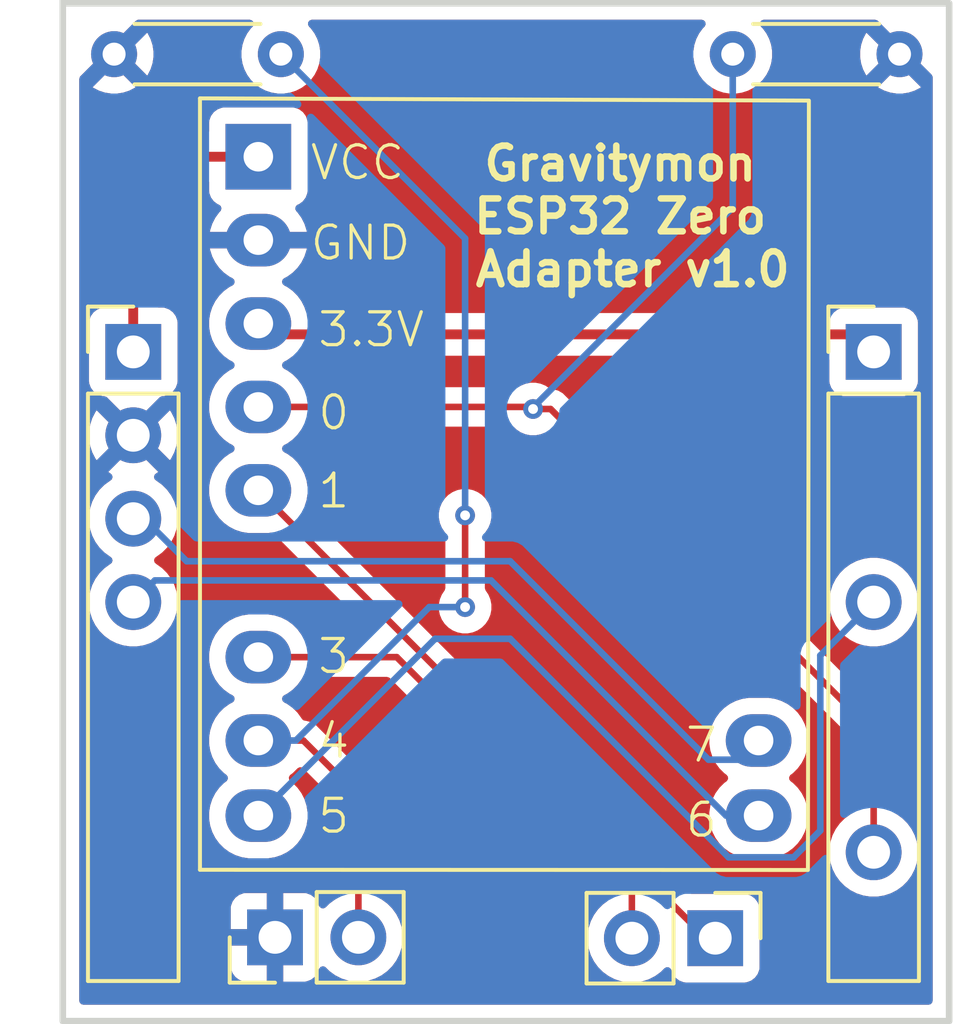
<source format=kicad_pcb>
(kicad_pcb (version 20241229) (generator "pcbnew") (generator_version "9.0")
  (layers (0 "F.Cu" signal) (2 "B.Cu" signal) (13 "F.Paste" user) (15 "B.Paste" user) (5 "F.SilkS" user "F.Silkscreen") (7 "B.SilkS" user "B.Silkscreen") (1 "F.Mask" user) (3 "B.Mask" user) (25 "Edge.Cuts" user))
  (net 0 "")
  (net 1 "/SCL")
  (net 2 "/SDA")
  (net 3 "/BATT")
  (net 4 "/VCC")
  (net 5 "/GND")
  (net 6 "/3V")
  (net 7 "/CHARGING")
  (net 8 "/DS")
  (net 9 "/CFG2")
  (net 10 "/CFG1")
  (footprint "Connector_PinHeader_2.54mm:PinHeader_1x02_P2.54mm_Vertical" (layer "F.Cu") (at 134.0104 97.1042 90)
    (property "Reference" "J4" (hide yes))
    (property "Value" "Charging")
    (fp_line (start -1.38 -1.38) (end 0 -1.38) (stroke (width 0.12)) (layer "F.SilkS"))
    (fp_line (start -1.38 0) (end -1.38 -1.38) (stroke (width 0.12)) (layer "F.SilkS"))
    (fp_line (start 1.38 1.27) (end 1.38 3.92) (stroke (width 0.12)) (layer "F.SilkS"))
    (fp_line (start -1.38 1.27) (end 1.38 1.27) (stroke (width 0.12)) (layer "F.SilkS"))
    (fp_line (start -1.38 1.27) (end -1.38 3.92) (stroke (width 0.12)) (layer "F.SilkS"))
    (fp_line (start -1.38 3.92) (end 1.38 3.92) (stroke (width 0.12)) (layer "F.SilkS"))
    (pad "1" thru_hole rect (at 0 0 90) (size 1.7 1.7) (drill 1) (layers "*.Cu" "*.Mask") (net 5 "/GND"))
    (pad "2" thru_hole circle (at 0 2.54 90) (size 1.7 1.7) (drill 1) (layers "*.Cu" "*.Mask") (net 7 "/CHARGING"))
  )
  (footprint "Connector_PinHeader_2.54mm:PinHeader_1x08_P2.54mm_Vertical" (layer "F.Cu") (at 129.6924 79.2734)
    (property "Reference" "J1" (hide yes))
    (property "Value" "Conn_01x08_Pin" (hide yes))
    (fp_line (start -1.38 -1.38) (end 0 -1.38) (stroke (width 0.12)) (layer "F.SilkS"))
    (fp_line (start -1.38 0) (end -1.38 -1.38) (stroke (width 0.12)) (layer "F.SilkS"))
    (fp_line (start -1.38 1.27) (end -1.38 19.16) (stroke (width 0.12)) (layer "F.SilkS"))
    (fp_line (start -1.38 1.27) (end 1.38 1.27) (stroke (width 0.12)) (layer "F.SilkS"))
    (fp_line (start -1.38 19.16) (end 1.38 19.16) (stroke (width 0.12)) (layer "F.SilkS"))
    (fp_line (start 1.38 1.27) (end 1.38 19.16) (stroke (width 0.12)) (layer "F.SilkS"))
    (pad "1" thru_hole rect (at 0 0) (size 1.7 1.7) (drill 1) (layers "*.Cu" "*.Mask") (net 4 "/VCC"))
    (pad "2" thru_hole circle (at 0 2.54) (size 1.7 1.7) (drill 1) (layers "*.Cu" "*.Mask") (net 5 "/GND"))
    (pad "3" thru_hole circle (at 0 5.08) (size 1.7 1.7) (drill 1) (layers "*.Cu" "*.Mask") (net 1 "/SCL"))
    (pad "4" thru_hole circle (at 0 7.62) (size 1.7 1.7) (drill 1) (layers "*.Cu" "*.Mask") (net 2 "/SDA"))
  )
  (footprint "Connector_PinHeader_2.54mm:PinHeader_1x08_P2.54mm_Vertical" (layer "F.Cu") (at 152.2476 79.2734)
    (property "Reference" "J2" (hide yes))
    (property "Value" "Conn_01x08_Pin" (hide yes))
    (fp_line (start -1.38 -1.38) (end 0 -1.38) (stroke (width 0.12)) (layer "F.SilkS"))
    (fp_line (start -1.38 0) (end -1.38 -1.38) (stroke (width 0.12)) (layer "F.SilkS"))
    (fp_line (start -1.38 1.27) (end -1.38 19.16) (stroke (width 0.12)) (layer "F.SilkS"))
    (fp_line (start -1.38 1.27) (end 1.38 1.27) (stroke (width 0.12)) (layer "F.SilkS"))
    (fp_line (start -1.38 19.16) (end 1.38 19.16) (stroke (width 0.12)) (layer "F.SilkS"))
    (fp_line (start 1.38 1.27) (end 1.38 19.16) (stroke (width 0.12)) (layer "F.SilkS"))
    (pad "1" thru_hole rect (at 0 0) (size 1.7 1.7) (drill 1) (layers "*.Cu" "*.Mask") (net 6 "/3V"))
    (pad "4" thru_hole circle (at 0 7.62) (size 1.7 1.7) (drill 1) (layers "*.Cu" "*.Mask") (net 8 "/DS"))
    (pad "7" thru_hole circle (at 0 15.24) (size 1.7 1.7) (drill 1) (layers "*.Cu" "*.Mask") (net 3 "/BATT"))
  )
  (footprint "Resistor_THT:R_Axial_DIN0204_L3.6mm_D1.6mm_P5.08mm_Horizontal" (layer "F.Cu") (at 129.1082 70.2056)
    (property "Reference" "R2" (hide yes))
    (property "Value" "100k" (hide yes))
    (fp_line (start 0.62 -0.92) (end 4.46 -0.92) (stroke (width 0.12)) (layer "F.SilkS"))
    (fp_line (start 0.62 0.92) (end 4.46 0.92) (stroke (width 0.12)) (layer "F.SilkS"))
    (pad "1" thru_hole circle (at 0 0) (size 1.4 1.4) (drill 0.7) (layers "*.Cu" "*.Mask") (net 5 "/GND"))
    (pad "2" thru_hole circle (at 5.08 0) (size 1.4 1.4) (drill 0.7) (layers "*.Cu" "*.Mask") (net 7 "/CHARGING"))
  )
  (footprint "magnus:waveshare-esp32c3-zero" (layer "F.Cu") (at 125.8824 73.3298)
    (property "Reference" "U1" (hide yes))
    (property "Value" "~" (hide yes))
    (fp_line (start 5.842 21.717) (end 5.842 -1.778) (stroke (width 0.12)) (layer "F.SilkS"))
    (fp_line (start 5.842 21.717) (end 24.3332 21.722407) (stroke (width 0.12)) (layer "F.SilkS"))
    (fp_line (start 24.362636 21.722598) (end 24.392227 -1.709998) (stroke (width 0.12)) (layer "F.SilkS"))
    (fp_line (start 24.384 -1.71) (end 5.842 -1.778) (stroke (width 0.12)) (layer "F.SilkS"))
    (fp_text user "6" (at 20.574 20.786 0) (layer "F.SilkS") (effects (font (thickness 0.1)) (justify left bottom)))
    (fp_text user "VCC" (at 9.144 0.762 0) (layer "F.SilkS") (effects (font (thickness 0.1)) (justify left bottom)))
    (fp_text user "5" (at 9.374 20.666 0) (layer "F.SilkS") (effects (font (thickness 0.1)) (justify left bottom)))
    (fp_text user "7" (at 20.574 18.5 0) (layer "F.SilkS") (effects (font (thickness 0.1)) (justify left bottom)))
    (fp_text user "0" (at 9.374 8.38 0) (layer "F.SilkS") (effects (font (thickness 0.1)) (justify left bottom)))
    (fp_text user "GND" (at 9.144 3.21 0) (layer "F.SilkS") (effects (font (thickness 0.1)) (justify left bottom)))
    (fp_text user "4" (at 9.374 18.38 0) (layer "F.SilkS") (effects (font (thickness 0.1)) (justify left bottom)))
    (fp_text user "3" (at 9.374 15.8 0) (layer "F.SilkS") (effects (font (thickness 0.1)) (justify left bottom)))
    (fp_text user "3.3V" (at 9.374 5.85 0) (layer "F.SilkS") (effects (font (thickness 0.1)) (justify left bottom)))
    (fp_text user "1" (at 9.374 10.76 0) (layer "F.SilkS") (effects (font (thickness 0.1)) (justify left bottom)))
    (pad "1" thru_hole rect (at 7.62 0) (size 2 2) (drill 0.9) (layers "*.Cu" "*.Mask") (net 4 "/VCC"))
    (pad "2" thru_hole oval (at 7.62 2.54) (size 2 1.6) (drill 0.9) (layers "*.Cu" "*.Mask") (net 5 "/GND"))
    (pad "3" thru_hole oval (at 7.62 5.08) (size 2 1.6) (drill 0.9) (layers "*.Cu" "*.Mask") (net 6 "/3V"))
    (pad "4" thru_hole oval (at 7.62 7.62) (size 2 1.6) (drill 0.9) (layers "*.Cu" "*.Mask") (net 3 "/BATT"))
    (pad "5" thru_hole oval (at 7.62 10.16) (size 2 1.6) (drill 0.9) (layers "*.Cu" "*.Mask") (net 9 "/CFG2"))
    (pad "7" thru_hole oval (at 7.62 15.24) (size 2 1.6) (drill 0.9) (layers "*.Cu" "*.Mask") (net 10 "/CFG1"))
    (pad "8" thru_hole oval (at 7.62 17.78) (size 2 1.6) (drill 0.9) (layers "*.Cu" "*.Mask") (net 7 "/CHARGING"))
    (pad "9" thru_hole oval (at 7.62 20.066) (size 2 1.6) (drill 0.9) (layers "*.Cu" "*.Mask") (net 8 "/DS"))
    (pad "10" thru_hole oval (at 22.86 20.066) (size 2 1.6) (drill 0.9) (layers "*.Cu" "*.Mask") (net 2 "/SDA"))
    (pad "11" thru_hole oval (at 22.86 17.78) (size 2 1.6) (drill 0.9) (layers "*.Cu" "*.Mask") (net 1 "/SCL"))
  )
  (footprint "Connector_PinHeader_2.54mm:PinHeader_1x02_P2.54mm_Vertical" (layer "F.Cu") (at 147.4216 97.1296 -90)
    (property "Reference" "J3" (hide yes))
    (property "Value" "Force config")
    (fp_line (start -1.38 3.92) (end 1.38 3.92) (stroke (width 0.12)) (layer "F.SilkS"))
    (fp_line (start -1.38 1.27) (end -1.38 3.92) (stroke (width 0.12)) (layer "F.SilkS"))
    (fp_line (start -1.38 1.27) (end 1.38 1.27) (stroke (width 0.12)) (layer "F.SilkS"))
    (fp_line (start 1.38 1.27) (end 1.38 3.92) (stroke (width 0.12)) (layer "F.SilkS"))
    (fp_line (start -1.38 0) (end -1.38 -1.38) (stroke (width 0.12)) (layer "F.SilkS"))
    (fp_line (start -1.38 -1.38) (end 0 -1.38) (stroke (width 0.12)) (layer "F.SilkS"))
    (pad "1" thru_hole rect (at 0 0 270) (size 1.7 1.7) (drill 1) (layers "*.Cu" "*.Mask") (net 9 "/CFG2"))
    (pad "2" thru_hole circle (at 0 2.54 270) (size 1.7 1.7) (drill 1) (layers "*.Cu" "*.Mask") (net 10 "/CFG1"))
  )
  (footprint "Resistor_THT:R_Axial_DIN0204_L3.6mm_D1.6mm_P5.08mm_Horizontal" (layer "F.Cu") (at 153.035 70.2056 180)
    (property "Reference" "R1" (hide yes))
    (property "Value" "220k" (hide yes))
    (fp_line (start 0.62 0.92) (end 4.46 0.92) (stroke (width 0.12)) (layer "F.SilkS"))
    (fp_line (start 0.62 -0.92) (end 4.46 -0.92) (stroke (width 0.12)) (layer "F.SilkS"))
    (pad "1" thru_hole circle (at 0 0 180) (size 1.4 1.4) (drill 0.7) (layers "*.Cu" "*.Mask") (net 5 "/GND"))
    (pad "2" thru_hole circle (at 5.08 0 180) (size 1.4 1.4) (drill 0.7) (layers "*.Cu" "*.Mask") (net 3 "/BATT"))
  )
  (gr_rect (start 127.5462 68.6562) (end 154.5462 99.6562) (stroke (width 0.2)) (fill no) (layer "Edge.Cuts"))
  (gr_text "Gravitymon \nESP32 Zero \nAdapter v1.0" (at 144.907 77.343 0) (layer "F.SilkS") (effects (font (size 1 1) (thickness 0.2) (bold yes)) (justify bottom)))
  (segment (start 131.318 85.6488) (end 130.0226 84.3534) (width 0.2) (layer "B.Cu") (net 1))
  (segment (start 148.7424 91.1098) (end 148.1582 91.694) (width 0.2) (layer "B.Cu") (net 1))
  (segment (start 147.2184 91.694) (end 141.1732 85.6488) (width 0.2) (layer "B.Cu") (net 1))
  (segment (start 130.0226 84.3534) (end 129.6924 84.3534) (width 0.2) (layer "B.Cu") (net 1))
  (segment (start 148.1582 91.694) (end 147.2184 91.694) (width 0.2) (layer "B.Cu") (net 1))
  (segment (start 141.1732 85.6488) (end 131.318 85.6488) (width 0.2) (layer "B.Cu") (net 1))
  (segment (start 140.589 86.233) (end 147.7518 93.3958) (width 0.2) (layer "B.Cu") (net 2))
  (segment (start 129.6924 86.8934) (end 130.3528 86.233) (width 0.2) (layer "B.Cu") (net 2))
  (segment (start 147.7518 93.3958) (end 148.7424 93.3958) (width 0.2) (layer "B.Cu") (net 2))
  (segment (start 130.3528 86.233) (end 140.589 86.233) (width 0.2) (layer "B.Cu") (net 2))
  (segment (start 141.8717 81.0133) (end 141.8082 80.9498) (width 0.2) (layer "F.Cu") (net 3))
  (segment (start 141.8082 80.9498) (end 133.5024 80.9498) (width 0.2) (layer "F.Cu") (net 3))
  (segment (start 152.2476 94.5134) (end 152.2476 90.8558) (width 0.2) (layer "F.Cu") (net 3))
  (segment (start 142.4051 81.0133) (end 141.8717 81.0133) (width 0.2) (layer "F.Cu") (net 3))
  (segment (start 152.2476 90.8558) (end 142.4051 81.0133) (width 0.2) (layer "F.Cu") (net 3))
  (via (at 141.8717 81.0133) (size 0.6) (drill 0.3) (layers "F.Cu" "B.Cu") (net 3))
  (segment (start 147.955 74.8792) (end 147.955 70.2056) (width 0.2) (layer "B.Cu") (net 3))
  (segment (start 141.8717 80.9625) (end 147.955 74.8792) (width 0.2) (layer "B.Cu") (net 3))
  (segment (start 141.8717 81.0133) (end 141.8717 80.9625) (width 0.2) (layer "B.Cu") (net 3))
  (segment (start 130.7338 73.3298) (end 133.5024 73.3298) (width 0.3) (layer "F.Cu") (net 4))
  (segment (start 129.6924 74.3712) (end 130.7338 73.3298) (width 0.3) (layer "F.Cu") (net 4))
  (segment (start 129.6924 79.2734) (end 129.6924 74.3712) (width 0.3) (layer "F.Cu") (net 4))
  (segment (start 134.239 78.74) (end 151.7142 78.74) (width 0.3) (layer "F.Cu") (net 6))
  (segment (start 151.7142 78.74) (end 151.9174 78.9432) (width 0.3) (layer "F.Cu") (net 6))
  (segment (start 151.9174 78.9432) (end 152.2476 79.2734) (width 0.2) (layer "F.Cu") (net 6))
  (segment (start 133.5024 78.4098) (end 134.0358 78.9432) (width 0.2) (layer "F.Cu") (net 6))
  (segment (start 134.0358 78.9432) (end 134.239 78.74) (width 0.3) (layer "F.Cu") (net 6))
  (segment (start 134.874 91.1098) (end 133.5024 91.1098) (width 0.2) (layer "F.Cu") (net 7))
  (segment (start 136.5504 97.1042) (end 136.5504 92.7862) (width 0.2) (layer "F.Cu") (net 7))
  (segment (start 136.5504 92.7862) (end 134.874 91.1098) (width 0.2) (layer "F.Cu") (net 7))
  (segment (start 139.8016 87.0458) (end 139.8016 84.2518) (width 0.2) (layer "F.Cu") (net 7))
  (via (at 139.8016 87.0458) (size 0.6) (drill 0.3) (layers "F.Cu" "B.Cu") (net 7))
  (via (at 139.8016 84.2518) (size 0.6) (drill 0.3) (layers "F.Cu" "B.Cu") (net 7))
  (segment (start 134.6454 91.1098) (end 133.5024 91.1098) (width 0.2) (layer "B.Cu") (net 7))
  (segment (start 139.8016 84.2518) (end 139.8016 75.819) (width 0.2) (layer "B.Cu") (net 7))
  (segment (start 138.7094 87.0458) (end 134.6454 91.1098) (width 0.2) (layer "B.Cu") (net 7))
  (segment (start 139.8016 87.0458) (end 138.7094 87.0458) (width 0.2) (layer "B.Cu") (net 7))
  (segment (start 139.8016 75.819) (end 134.1882 70.2056) (width 0.2) (layer "B.Cu") (net 7))
  (segment (start 133.5024 93.3958) (end 138.8872 88.011) (width 0.2) (layer "B.Cu") (net 8))
  (segment (start 138.8872 88.011) (end 141.1732 88.011) (width 0.2) (layer "B.Cu") (net 8))
  (segment (start 147.828 94.6658) (end 149.8092 94.6658) (width 0.2) (layer "B.Cu") (net 8))
  (segment (start 141.1732 88.011) (end 147.828 94.6658) (width 0.2) (layer "B.Cu") (net 8))
  (segment (start 149.8092 94.6658) (end 150.622 93.853) (width 0.2) (layer "B.Cu") (net 8))
  (segment (start 150.622 88.519) (end 152.2476 86.8934) (width 0.2) (layer "B.Cu") (net 8))
  (segment (start 150.622 93.853) (end 150.622 88.519) (width 0.2) (layer "B.Cu") (net 8))
  (segment (start 147.4216 97.1296) (end 147.1422 97.1296) (width 0.2) (layer "F.Cu") (net 9))
  (segment (start 147.1422 97.1296) (end 133.5024 83.4898) (width 0.2) (layer "F.Cu") (net 9))
  (segment (start 137.7188 88.5698) (end 133.5024 88.5698) (width 0.2) (layer "F.Cu") (net 10))
  (segment (start 144.8816 95.7326) (end 137.7188 88.5698) (width 0.2) (layer "F.Cu") (net 10))
  (segment (start 144.8816 97.1296) (end 144.8816 95.7326) (width 0.2) (layer "F.Cu") (net 10))
  (zone (net 5) (net_name "/GND") (layer "F.Cu") (connect_pads (clearance 0.5)) (min_thickness 0.25) (fill yes (thermal_gap 0.5) (thermal_bridge_width 0.5))
    (polygon (pts (xy 127.635 68.707) (xy 154.686 68.707) (xy 154.686 99.441) (xy 127.762 99.568)))
  )
  (zone (net 5) (net_name "/GND") (layer "B.Cu") (priority 1) (connect_pads (clearance 0.5)) (min_thickness 0.25) (fill yes (thermal_gap 0.5) (thermal_bridge_width 0.5))
    (polygon (pts (xy 127.889 99.314) (xy 154.432 99.314) (xy 154.432 68.961) (xy 127.889 68.961)))
  )
)
</source>
